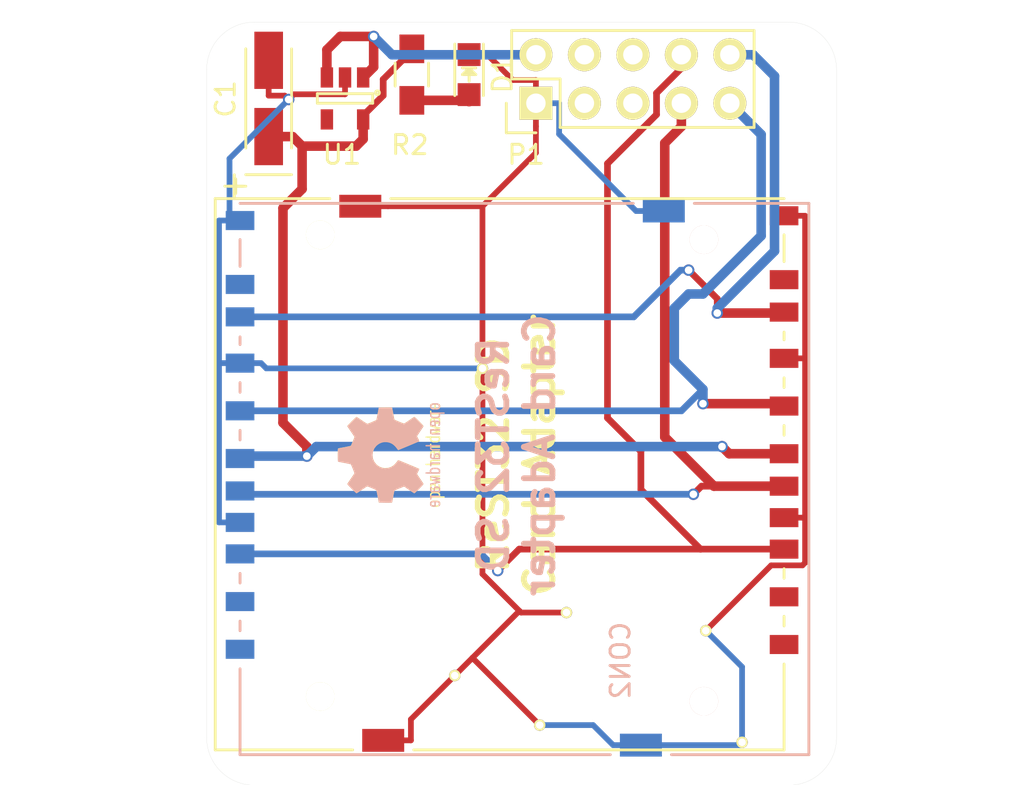
<source format=kicad_pcb>
(kicad_pcb (version 20171130) (host pcbnew "(5.1.12)-1")

  (general
    (thickness 1.6)
    (drawings 10)
    (tracks 151)
    (zones 0)
    (modules 15)
    (nets 9)
  )

  (page A4)
  (layers
    (0 F.Cu signal)
    (31 B.Cu signal)
    (32 B.Adhes user)
    (33 F.Adhes user hide)
    (34 B.Paste user)
    (35 F.Paste user)
    (36 B.SilkS user)
    (37 F.SilkS user)
    (38 B.Mask user)
    (39 F.Mask user)
    (40 Dwgs.User user)
    (41 Cmts.User user)
    (42 Eco1.User user)
    (43 Eco2.User user)
    (44 Edge.Cuts user)
    (45 Margin user)
    (46 B.CrtYd user)
    (47 F.CrtYd user)
    (48 B.Fab user)
    (49 F.Fab user)
  )

  (setup
    (last_trace_width 0.3)
    (user_trace_width 0.35)
    (user_trace_width 0.5)
    (trace_clearance 0.2)
    (zone_clearance 0.5)
    (zone_45_only yes)
    (trace_min 0.2)
    (via_size 0.6)
    (via_drill 0.4)
    (via_min_size 0.4)
    (via_min_drill 0.3)
    (uvia_size 0.3)
    (uvia_drill 0.1)
    (uvias_allowed no)
    (uvia_min_size 0.2)
    (uvia_min_drill 0.1)
    (edge_width 0.01)
    (segment_width 0.2)
    (pcb_text_width 0.3)
    (pcb_text_size 1.5 1.5)
    (mod_edge_width 0.15)
    (mod_text_size 1 1)
    (mod_text_width 0.15)
    (pad_size 0.6 0.6)
    (pad_drill 0.4)
    (pad_to_mask_clearance 0.2)
    (aux_axis_origin 0 0)
    (visible_elements 7FFFFFFF)
    (pcbplotparams
      (layerselection 0x010f0_80000001)
      (usegerberextensions true)
      (usegerberattributes true)
      (usegerberadvancedattributes true)
      (creategerberjobfile true)
      (excludeedgelayer true)
      (linewidth 0.100000)
      (plotframeref false)
      (viasonmask false)
      (mode 1)
      (useauxorigin false)
      (hpglpennumber 1)
      (hpglpenspeed 20)
      (hpglpendiameter 15.000000)
      (psnegative false)
      (psa4output false)
      (plotreference true)
      (plotvalue false)
      (plotinvisibletext false)
      (padsonsilk false)
      (subtractmaskfromsilk false)
      (outputformat 1)
      (mirror false)
      (drillshape 0)
      (scaleselection 1)
      (outputdirectory "../Gerber/SD Adapter/"))
  )

  (net 0 "")
  (net 1 +3V3)
  (net 2 GND)
  (net 3 /SPI-CS)
  (net 4 /SPI-MOSI)
  (net 5 /SPI-SCK)
  (net 6 /SPI-MISO)
  (net 7 "Net-(D1-Pad2)")
  (net 8 +5V)

  (net_class Default "This is the default net class."
    (clearance 0.2)
    (trace_width 0.3)
    (via_dia 0.6)
    (via_drill 0.4)
    (uvia_dia 0.3)
    (uvia_drill 0.1)
    (add_net +3V3)
    (add_net +5V)
    (add_net /SPI-CS)
    (add_net /SPI-MISO)
    (add_net /SPI-MOSI)
    (add_net /SPI-SCK)
    (add_net GND)
    (add_net "Net-(D1-Pad2)")
  )

  (module ReST-Library:Logo_silk_OSHW_6x6mm (layer B.Cu) (tedit 0) (tstamp 5797C94F)
    (at 86.868 123.444 270)
    (descr "Open Hardware Logo, 6x6mm")
    (fp_text reference G***_2 (at 0 0 270) (layer B.SilkS) hide
      (effects (font (size 0.22606 0.22606) (thickness 0.04318)) (justify mirror))
    )
    (fp_text value LOGO (at 0 -0.3 270) (layer B.SilkS) hide
      (effects (font (size 0.22606 0.22606) (thickness 0.04318)) (justify mirror))
    )
    (fp_poly (pts (xy -1.51384 -2.24536) (xy -1.48844 -2.23012) (xy -1.43002 -2.19456) (xy -1.3462 -2.13868)
      (xy -1.24714 -2.07264) (xy -1.14808 -2.0066) (xy -1.0668 -1.95326) (xy -1.01092 -1.91516)
      (xy -0.98552 -1.90246) (xy -0.97282 -1.90754) (xy -0.9271 -1.9304) (xy -0.85852 -1.96596)
      (xy -0.81788 -1.98628) (xy -0.75692 -2.01168) (xy -0.7239 -2.0193) (xy -0.71882 -2.00914)
      (xy -0.69596 -1.96088) (xy -0.6604 -1.8796) (xy -0.61468 -1.77038) (xy -0.5588 -1.64338)
      (xy -0.50292 -1.50876) (xy -0.4445 -1.36906) (xy -0.38862 -1.23444) (xy -0.34036 -1.11506)
      (xy -0.29972 -1.01854) (xy -0.27432 -0.94996) (xy -0.26416 -0.92202) (xy -0.2667 -0.9144)
      (xy -0.29972 -0.88392) (xy -0.35306 -0.84328) (xy -0.47244 -0.74676) (xy -0.58928 -0.60198)
      (xy -0.6604 -0.43688) (xy -0.68326 -0.25146) (xy -0.66294 -0.08128) (xy -0.5969 0.08128)
      (xy -0.4826 0.2286) (xy -0.3429 0.33782) (xy -0.18034 0.4064) (xy 0 0.42926)
      (xy 0.17272 0.40894) (xy 0.34036 0.3429) (xy 0.48768 0.23114) (xy 0.55118 0.16002)
      (xy 0.63754 0.01016) (xy 0.6858 -0.14732) (xy 0.69088 -0.18796) (xy 0.68326 -0.36322)
      (xy 0.63246 -0.5334) (xy 0.53848 -0.68326) (xy 0.40894 -0.80772) (xy 0.3937 -0.81788)
      (xy 0.33528 -0.8636) (xy 0.29464 -0.89408) (xy 0.26416 -0.91948) (xy 0.48768 -1.45796)
      (xy 0.52324 -1.54178) (xy 0.5842 -1.6891) (xy 0.63754 -1.8161) (xy 0.68072 -1.9177)
      (xy 0.7112 -1.98374) (xy 0.7239 -2.01168) (xy 0.7239 -2.01422) (xy 0.74422 -2.01676)
      (xy 0.78486 -2.00152) (xy 0.86106 -1.96596) (xy 0.90932 -1.94056) (xy 0.96774 -1.91262)
      (xy 0.99314 -1.90246) (xy 1.016 -1.91516) (xy 1.06934 -1.95072) (xy 1.15062 -2.00406)
      (xy 1.24714 -2.06756) (xy 1.33858 -2.13106) (xy 1.4224 -2.18694) (xy 1.48336 -2.22504)
      (xy 1.51384 -2.24282) (xy 1.51892 -2.24282) (xy 1.54432 -2.22758) (xy 1.59258 -2.18694)
      (xy 1.66624 -2.11836) (xy 1.77038 -2.01422) (xy 1.78562 -1.99898) (xy 1.87198 -1.91262)
      (xy 1.94056 -1.83896) (xy 1.98628 -1.78816) (xy 2.00406 -1.7653) (xy 1.98882 -1.73482)
      (xy 1.95072 -1.67386) (xy 1.89484 -1.5875) (xy 1.82626 -1.48844) (xy 1.64846 -1.22936)
      (xy 1.74498 -0.98552) (xy 1.77546 -0.90932) (xy 1.81356 -0.82042) (xy 1.8415 -0.75438)
      (xy 1.85674 -0.72644) (xy 1.88214 -0.71628) (xy 1.95072 -0.70104) (xy 2.04724 -0.68072)
      (xy 2.16154 -0.6604) (xy 2.2733 -0.64008) (xy 2.37236 -0.61976) (xy 2.44348 -0.60706)
      (xy 2.4765 -0.59944) (xy 2.48412 -0.59436) (xy 2.49174 -0.57912) (xy 2.49428 -0.5461)
      (xy 2.49682 -0.48514) (xy 2.49936 -0.39116) (xy 2.49936 -0.25146) (xy 2.49936 -0.23622)
      (xy 2.49682 -0.10668) (xy 2.49428 0) (xy 2.49174 0.06604) (xy 2.48666 0.09398)
      (xy 2.45618 0.1016) (xy 2.38506 0.11684) (xy 2.286 0.13462) (xy 2.16662 0.15748)
      (xy 2.159 0.16002) (xy 2.04216 0.18288) (xy 1.9431 0.2032) (xy 1.87198 0.21844)
      (xy 1.84404 0.2286) (xy 1.83642 0.23622) (xy 1.81356 0.28194) (xy 1.78054 0.3556)
      (xy 1.7399 0.4445) (xy 1.7018 0.53848) (xy 1.66878 0.6223) (xy 1.64592 0.68326)
      (xy 1.6383 0.7112) (xy 1.64084 0.71374) (xy 1.65862 0.74168) (xy 1.69926 0.80264)
      (xy 1.75514 0.88646) (xy 1.82372 0.98806) (xy 1.8288 0.99568) (xy 1.89738 1.09474)
      (xy 1.95326 1.1811) (xy 1.98882 1.23952) (xy 2.00406 1.26746) (xy 2.00406 1.27)
      (xy 1.9812 1.30048) (xy 1.9304 1.35636) (xy 1.85674 1.43256) (xy 1.77038 1.52146)
      (xy 1.74244 1.54686) (xy 1.64338 1.64338) (xy 1.57734 1.70434) (xy 1.53416 1.73736)
      (xy 1.51384 1.74498) (xy 1.48336 1.7272) (xy 1.41986 1.68656) (xy 1.33604 1.62814)
      (xy 1.23444 1.55956) (xy 1.22682 1.55448) (xy 1.12776 1.4859) (xy 1.04394 1.43002)
      (xy 0.98552 1.38938) (xy 0.95758 1.37414) (xy 0.95504 1.37414) (xy 0.9144 1.38684)
      (xy 0.84328 1.41224) (xy 0.75438 1.44526) (xy 0.66294 1.48336) (xy 0.57912 1.51892)
      (xy 0.51562 1.54686) (xy 0.48514 1.56464) (xy 0.47498 1.6002) (xy 0.4572 1.6764)
      (xy 0.43688 1.778) (xy 0.41148 1.89992) (xy 0.40894 1.92024) (xy 0.38608 2.03962)
      (xy 0.3683 2.13868) (xy 0.35306 2.20726) (xy 0.34544 2.2352) (xy 0.3302 2.23774)
      (xy 0.27178 2.24282) (xy 0.18288 2.24536) (xy 0.07366 2.24536) (xy -0.0381 2.24536)
      (xy -0.14732 2.24282) (xy -0.2413 2.24028) (xy -0.30988 2.2352) (xy -0.33782 2.23012)
      (xy -0.33782 2.22758) (xy -0.34798 2.18948) (xy -0.36576 2.11582) (xy -0.38608 2.01168)
      (xy -0.40894 1.88976) (xy -0.41402 1.8669) (xy -0.43688 1.75006) (xy -0.4572 1.651)
      (xy -0.4699 1.58496) (xy -0.47752 1.55702) (xy -0.49022 1.55194) (xy -0.53848 1.53162)
      (xy -0.61722 1.4986) (xy -0.71628 1.45796) (xy -0.94488 1.36652) (xy -1.22682 1.55702)
      (xy -1.25222 1.5748) (xy -1.35382 1.64338) (xy -1.4351 1.69926) (xy -1.49352 1.73736)
      (xy -1.51638 1.75006) (xy -1.51892 1.75006) (xy -1.54686 1.72466) (xy -1.60274 1.67132)
      (xy -1.67894 1.59766) (xy -1.76784 1.5113) (xy -1.83134 1.44526) (xy -1.91008 1.36652)
      (xy -1.95834 1.31318) (xy -1.98628 1.28016) (xy -1.9939 1.25984) (xy -1.99136 1.2446)
      (xy -1.97358 1.21666) (xy -1.93294 1.1557) (xy -1.87452 1.06934) (xy -1.80594 0.97028)
      (xy -1.75006 0.88646) (xy -1.6891 0.79248) (xy -1.651 0.72644) (xy -1.63576 0.69342)
      (xy -1.64084 0.68072) (xy -1.65862 0.62484) (xy -1.69418 0.54102) (xy -1.73482 0.44196)
      (xy -1.83388 0.22098) (xy -1.97866 0.19304) (xy -2.06756 0.17526) (xy -2.18948 0.1524)
      (xy -2.30886 0.12954) (xy -2.49174 0.09398) (xy -2.49936 -0.58166) (xy -2.47142 -0.59436)
      (xy -2.44348 -0.60198) (xy -2.3749 -0.61722) (xy -2.27838 -0.63754) (xy -2.16154 -0.65786)
      (xy -2.06502 -0.67564) (xy -1.96596 -0.69596) (xy -1.89484 -0.70866) (xy -1.86436 -0.71628)
      (xy -1.8542 -0.72644) (xy -1.83134 -0.7747) (xy -1.79578 -0.8509) (xy -1.75514 -0.94234)
      (xy -1.71704 -1.03632) (xy -1.68148 -1.12522) (xy -1.65862 -1.19126) (xy -1.64846 -1.22428)
      (xy -1.66116 -1.25222) (xy -1.69926 -1.31064) (xy -1.7526 -1.39192) (xy -1.82118 -1.49098)
      (xy -1.88722 -1.5875) (xy -1.94564 -1.67132) (xy -1.98374 -1.73228) (xy -2.00152 -1.76022)
      (xy -1.99136 -1.778) (xy -1.95326 -1.82626) (xy -1.8796 -1.90246) (xy -1.76784 -2.01168)
      (xy -1.75006 -2.02946) (xy -1.6637 -2.11328) (xy -1.59004 -2.18186) (xy -1.5367 -2.22758)
      (xy -1.51384 -2.24536)) (layer B.SilkS) (width 0.00254))
    (fp_line (start -2.64 -3.04) (end -2.59 -3.08) (layer B.SilkS) (width 0.075))
    (fp_line (start -2.66 -3.01) (end -2.64 -3.04) (layer B.SilkS) (width 0.075))
    (fp_line (start -2.68 -2.95) (end -2.66 -3.01) (layer B.SilkS) (width 0.075))
    (fp_line (start -2.68 -2.75) (end -2.68 -2.95) (layer B.SilkS) (width 0.075))
    (fp_line (start -2.46 -2.66) (end -2.51 -2.62) (layer B.SilkS) (width 0.075))
    (fp_line (start -2.44 -2.69) (end -2.46 -2.66) (layer B.SilkS) (width 0.075))
    (fp_line (start -2.42 -2.75) (end -2.44 -2.69) (layer B.SilkS) (width 0.075))
    (fp_line (start -2.42 -2.95) (end -2.42 -2.75) (layer B.SilkS) (width 0.075))
    (fp_line (start -2.44 -3.02) (end -2.42 -2.95) (layer B.SilkS) (width 0.075))
    (fp_line (start -2.46 -3.05) (end -2.44 -3.02) (layer B.SilkS) (width 0.075))
    (fp_line (start -2.51 -3.08) (end -2.46 -3.05) (layer B.SilkS) (width 0.075))
    (fp_line (start -2.59 -3.08) (end -2.51 -3.08) (layer B.SilkS) (width 0.075))
    (fp_line (start -2.65 -2.68) (end -2.68 -2.75) (layer B.SilkS) (width 0.075))
    (fp_line (start -2.63 -2.65) (end -2.65 -2.68) (layer B.SilkS) (width 0.075))
    (fp_line (start -2.59 -2.62) (end -2.63 -2.65) (layer B.SilkS) (width 0.075))
    (fp_line (start -2.51 -2.62) (end -2.59 -2.62) (layer B.SilkS) (width 0.075))
    (fp_line (start -2.2 -3.32) (end -2.2 -2.62) (layer B.SilkS) (width 0.075))
    (fp_line (start -2.15 -3.08) (end -2.2 -3.05) (layer B.SilkS) (width 0.075))
    (fp_line (start -2.05 -3.08) (end -2.15 -3.08) (layer B.SilkS) (width 0.075))
    (fp_line (start -2.01 -3.05) (end -2.05 -3.08) (layer B.SilkS) (width 0.075))
    (fp_line (start -1.99 -3.02) (end -2.01 -3.05) (layer B.SilkS) (width 0.075))
    (fp_line (start -1.97 -2.96) (end -1.99 -3.02) (layer B.SilkS) (width 0.075))
    (fp_line (start -1.97 -2.74) (end -1.97 -2.96) (layer B.SilkS) (width 0.075))
    (fp_line (start -1.99 -2.68) (end -1.97 -2.74) (layer B.SilkS) (width 0.075))
    (fp_line (start -2.02 -2.65) (end -1.99 -2.68) (layer B.SilkS) (width 0.075))
    (fp_line (start -2.06 -2.62) (end -2.02 -2.65) (layer B.SilkS) (width 0.075))
    (fp_line (start -2.16 -2.62) (end -2.06 -2.62) (layer B.SilkS) (width 0.075))
    (fp_line (start -2.2 -2.65) (end -2.16 -2.62) (layer B.SilkS) (width 0.075))
    (fp_line (start -1.61 -3.08) (end -1.56 -3.05) (layer B.SilkS) (width 0.075))
    (fp_line (start -1.71 -3.08) (end -1.61 -3.08) (layer B.SilkS) (width 0.075))
    (fp_line (start -1.75 -3.05) (end -1.71 -3.08) (layer B.SilkS) (width 0.075))
    (fp_line (start -1.77 -2.98) (end -1.75 -3.05) (layer B.SilkS) (width 0.075))
    (fp_line (start -1.77 -2.71) (end -1.77 -2.98) (layer B.SilkS) (width 0.075))
    (fp_line (start -1.74 -2.65) (end -1.77 -2.71) (layer B.SilkS) (width 0.075))
    (fp_line (start -1.7 -2.62) (end -1.74 -2.65) (layer B.SilkS) (width 0.075))
    (fp_line (start -1.6 -2.62) (end -1.7 -2.62) (layer B.SilkS) (width 0.075))
    (fp_line (start -1.56 -2.66) (end -1.6 -2.62) (layer B.SilkS) (width 0.075))
    (fp_line (start -1.54 -2.73) (end -1.56 -2.66) (layer B.SilkS) (width 0.075))
    (fp_line (start -1.54 -2.85) (end -1.54 -2.73) (layer B.SilkS) (width 0.075))
    (fp_line (start -1.32 -2.62) (end -1.32 -3.08) (layer B.SilkS) (width 0.075))
    (fp_line (start -1.11 -2.71) (end -1.11 -3.08) (layer B.SilkS) (width 0.075))
    (fp_line (start -1.13 -2.65) (end -1.11 -2.71) (layer B.SilkS) (width 0.075))
    (fp_line (start -1.17 -2.62) (end -1.13 -2.65) (layer B.SilkS) (width 0.075))
    (fp_line (start -1.26 -2.62) (end -1.17 -2.62) (layer B.SilkS) (width 0.075))
    (fp_line (start -1.3 -2.65) (end -1.26 -2.62) (layer B.SilkS) (width 0.075))
    (fp_line (start -1.32 -2.68) (end -1.3 -2.65) (layer B.SilkS) (width 0.075))
    (fp_line (start -1.54 -2.85) (end -1.77 -2.85) (layer B.SilkS) (width 0.075))
    (fp_line (start -0.49 -2.38) (end -0.49 -3.08) (layer B.SilkS) (width 0.075))
    (fp_line (start -0.28 -2.71) (end -0.28 -3.08) (layer B.SilkS) (width 0.075))
    (fp_line (start -0.3 -2.65) (end -0.28 -2.71) (layer B.SilkS) (width 0.075))
    (fp_line (start -0.34 -2.62) (end -0.3 -2.65) (layer B.SilkS) (width 0.075))
    (fp_line (start -0.42 -2.62) (end -0.34 -2.62) (layer B.SilkS) (width 0.075))
    (fp_line (start -0.47 -2.65) (end -0.42 -2.62) (layer B.SilkS) (width 0.075))
    (fp_line (start -0.49 -2.69) (end -0.47 -2.65) (layer B.SilkS) (width 0.075))
    (fp_line (start 0.18 -2.71) (end 0.18 -3.08) (layer B.SilkS) (width 0.075))
    (fp_line (start 0.15 -2.65) (end 0.18 -2.71) (layer B.SilkS) (width 0.075))
    (fp_line (start 0.11 -2.62) (end 0.15 -2.65) (layer B.SilkS) (width 0.075))
    (fp_line (start 0.01 -2.62) (end 0.11 -2.62) (layer B.SilkS) (width 0.075))
    (fp_line (start -0.04 -2.65) (end 0.01 -2.62) (layer B.SilkS) (width 0.075))
    (fp_line (start 0.02 -2.81) (end -0.03 -2.84) (layer B.SilkS) (width 0.075))
    (fp_line (start 0.14 -2.81) (end 0.02 -2.81) (layer B.SilkS) (width 0.075))
    (fp_line (start 0.18 -2.78) (end 0.14 -2.81) (layer B.SilkS) (width 0.075))
    (fp_line (start 0.13 -3.08) (end 0.18 -3.04) (layer B.SilkS) (width 0.075))
    (fp_line (start 0.01 -3.08) (end 0.13 -3.08) (layer B.SilkS) (width 0.075))
    (fp_line (start -0.04 -3.04) (end 0.01 -3.08) (layer B.SilkS) (width 0.075))
    (fp_line (start -0.06 -2.98) (end -0.04 -3.04) (layer B.SilkS) (width 0.075))
    (fp_line (start -0.06 -2.91) (end -0.06 -2.98) (layer B.SilkS) (width 0.075))
    (fp_line (start -0.03 -2.84) (end -0.06 -2.91) (layer B.SilkS) (width 0.075))
    (fp_line (start 0.42 -2.62) (end 0.42 -3.08) (layer B.SilkS) (width 0.075))
    (fp_line (start 0.51 -2.62) (end 0.56 -2.62) (layer B.SilkS) (width 0.075))
    (fp_line (start 0.46 -2.65) (end 0.51 -2.62) (layer B.SilkS) (width 0.075))
    (fp_line (start 0.44 -2.67) (end 0.46 -2.65) (layer B.SilkS) (width 0.075))
    (fp_line (start 0.42 -2.74) (end 0.44 -2.67) (layer B.SilkS) (width 0.075))
    (fp_line (start 0.94 -2.38) (end 0.94 -3.08) (layer B.SilkS) (width 0.075))
    (fp_line (start 0.88 -2.61) (end 0.94 -2.65) (layer B.SilkS) (width 0.075))
    (fp_line (start 0.81 -2.61) (end 0.88 -2.61) (layer B.SilkS) (width 0.075))
    (fp_line (start 0.75 -2.65) (end 0.81 -2.61) (layer B.SilkS) (width 0.075))
    (fp_line (start 0.73 -2.68) (end 0.75 -2.65) (layer B.SilkS) (width 0.075))
    (fp_line (start 0.7 -2.75) (end 0.73 -2.68) (layer B.SilkS) (width 0.075))
    (fp_line (start 0.7 -2.95) (end 0.7 -2.75) (layer B.SilkS) (width 0.075))
    (fp_line (start 0.73 -3.02) (end 0.7 -2.95) (layer B.SilkS) (width 0.075))
    (fp_line (start 0.75 -3.05) (end 0.73 -3.02) (layer B.SilkS) (width 0.075))
    (fp_line (start 0.79 -3.08) (end 0.75 -3.05) (layer B.SilkS) (width 0.075))
    (fp_line (start 0.9 -3.08) (end 0.79 -3.08) (layer B.SilkS) (width 0.075))
    (fp_line (start 0.94 -3.05) (end 0.9 -3.08) (layer B.SilkS) (width 0.075))
    (fp_line (start 1.42 -3.08) (end 1.52 -2.62) (layer B.SilkS) (width 0.075))
    (fp_line (start 1.32 -2.74) (end 1.42 -3.08) (layer B.SilkS) (width 0.075))
    (fp_line (start 1.23 -3.08) (end 1.32 -2.74) (layer B.SilkS) (width 0.075))
    (fp_line (start 1.13 -2.62) (end 1.23 -3.08) (layer B.SilkS) (width 0.075))
    (fp_line (start 1.71 -2.84) (end 1.68 -2.91) (layer B.SilkS) (width 0.075))
    (fp_line (start 1.68 -2.91) (end 1.68 -2.98) (layer B.SilkS) (width 0.075))
    (fp_line (start 1.68 -2.98) (end 1.7 -3.04) (layer B.SilkS) (width 0.075))
    (fp_line (start 1.7 -3.04) (end 1.75 -3.08) (layer B.SilkS) (width 0.075))
    (fp_line (start 1.75 -3.08) (end 1.87 -3.08) (layer B.SilkS) (width 0.075))
    (fp_line (start 1.87 -3.08) (end 1.92 -3.04) (layer B.SilkS) (width 0.075))
    (fp_line (start 1.92 -2.78) (end 1.88 -2.81) (layer B.SilkS) (width 0.075))
    (fp_line (start 1.88 -2.81) (end 1.76 -2.81) (layer B.SilkS) (width 0.075))
    (fp_line (start 1.76 -2.81) (end 1.71 -2.84) (layer B.SilkS) (width 0.075))
    (fp_line (start 1.7 -2.65) (end 1.75 -2.62) (layer B.SilkS) (width 0.075))
    (fp_line (start 1.75 -2.62) (end 1.85 -2.62) (layer B.SilkS) (width 0.075))
    (fp_line (start 1.85 -2.62) (end 1.89 -2.65) (layer B.SilkS) (width 0.075))
    (fp_line (start 1.89 -2.65) (end 1.92 -2.71) (layer B.SilkS) (width 0.075))
    (fp_line (start 1.92 -2.71) (end 1.92 -3.08) (layer B.SilkS) (width 0.075))
    (fp_line (start 2.67 -2.85) (end 2.44 -2.85) (layer B.SilkS) (width 0.075))
    (fp_line (start 2.67 -2.85) (end 2.67 -2.73) (layer B.SilkS) (width 0.075))
    (fp_line (start 2.67 -2.73) (end 2.65 -2.66) (layer B.SilkS) (width 0.075))
    (fp_line (start 2.65 -2.66) (end 2.61 -2.62) (layer B.SilkS) (width 0.075))
    (fp_line (start 2.61 -2.62) (end 2.51 -2.62) (layer B.SilkS) (width 0.075))
    (fp_line (start 2.51 -2.62) (end 2.47 -2.65) (layer B.SilkS) (width 0.075))
    (fp_line (start 2.47 -2.65) (end 2.44 -2.71) (layer B.SilkS) (width 0.075))
    (fp_line (start 2.44 -2.71) (end 2.44 -2.98) (layer B.SilkS) (width 0.075))
    (fp_line (start 2.44 -2.98) (end 2.46 -3.05) (layer B.SilkS) (width 0.075))
    (fp_line (start 2.46 -3.05) (end 2.5 -3.08) (layer B.SilkS) (width 0.075))
    (fp_line (start 2.5 -3.08) (end 2.6 -3.08) (layer B.SilkS) (width 0.075))
    (fp_line (start 2.6 -3.08) (end 2.65 -3.05) (layer B.SilkS) (width 0.075))
    (fp_line (start 2.16 -2.74) (end 2.18 -2.67) (layer B.SilkS) (width 0.075))
    (fp_line (start 2.18 -2.67) (end 2.2 -2.65) (layer B.SilkS) (width 0.075))
    (fp_line (start 2.2 -2.65) (end 2.25 -2.62) (layer B.SilkS) (width 0.075))
    (fp_line (start 2.25 -2.62) (end 2.3 -2.62) (layer B.SilkS) (width 0.075))
    (fp_line (start 2.16 -2.62) (end 2.16 -3.08) (layer B.SilkS) (width 0.075))
  )

  (module ReST-Library:1pin (layer F.Cu) (tedit 5797C88D) (tstamp 5797C810)
    (at 96.6 131.7)
    (descr "module 1 pin (ou trou mecanique de percage)")
    (tags DEV)
    (zone_connect 2)
    (fp_text reference REF**_6 (at 0 -0.9) (layer F.SilkS) hide
      (effects (font (size 1 1) (thickness 0.15)))
    )
    (fp_text value 1pin (at 0 1.2) (layer F.Fab)
      (effects (font (size 1 1) (thickness 0.15)))
    )
    (pad GND thru_hole circle (at 0 0) (size 0.6 0.6) (drill 0.4) (layers *.Cu *.Mask F.SilkS)
      (net 2 GND) (zone_connect 2))
  )

  (module ReST-Library:1pin (layer F.Cu) (tedit 5797C891) (tstamp 5797C80C)
    (at 90.75 135)
    (descr "module 1 pin (ou trou mecanique de percage)")
    (tags DEV)
    (zone_connect 2)
    (fp_text reference REF**_5 (at 0 -0.9) (layer F.SilkS) hide
      (effects (font (size 1 1) (thickness 0.15)))
    )
    (fp_text value 1pin (at 0 1.2) (layer F.Fab)
      (effects (font (size 1 1) (thickness 0.15)))
    )
    (pad GND thru_hole circle (at 0 0) (size 0.6 0.6) (drill 0.4) (layers *.Cu *.Mask F.SilkS)
      (net 2 GND) (zone_connect 2))
  )

  (module ReST-Library:1pin (layer F.Cu) (tedit 5797C896) (tstamp 5797C808)
    (at 103.9 132.65)
    (descr "module 1 pin (ou trou mecanique de percage)")
    (tags DEV)
    (zone_connect 2)
    (fp_text reference REF**_4 (at 0 -0.9) (layer F.SilkS) hide
      (effects (font (size 1 1) (thickness 0.15)))
    )
    (fp_text value 1pin (at 0 1.2) (layer F.Fab)
      (effects (font (size 1 1) (thickness 0.15)))
    )
    (pad GND thru_hole circle (at 0 0) (size 0.6 0.6) (drill 0.4) (layers *.Cu *.Mask F.SilkS)
      (net 2 GND) (zone_connect 2))
  )

  (module ReST-Library:1pin (layer F.Cu) (tedit 5797C898) (tstamp 5797C804)
    (at 105.8 138.5)
    (descr "module 1 pin (ou trou mecanique de percage)")
    (tags DEV)
    (zone_connect 2)
    (fp_text reference REF**_3 (at 0 -0.9) (layer F.SilkS) hide
      (effects (font (size 1 1) (thickness 0.15)))
    )
    (fp_text value 1pin (at 0 1.2) (layer F.Fab)
      (effects (font (size 1 1) (thickness 0.15)))
    )
    (pad GND thru_hole circle (at 0 0) (size 0.6 0.6) (drill 0.4) (layers *.Cu *.Mask F.SilkS)
      (net 2 GND) (zone_connect 2))
  )

  (module ReST-Library:1pin (layer F.Cu) (tedit 5797C88A) (tstamp 5797C7E8)
    (at 92.2 118.9)
    (descr "module 1 pin (ou trou mecanique de percage)")
    (tags DEV)
    (zone_connect 2)
    (fp_text reference REF**_2 (at 0 -0.9) (layer F.SilkS) hide
      (effects (font (size 1 1) (thickness 0.15)))
    )
    (fp_text value 1pin (at 0 1.2) (layer F.Fab)
      (effects (font (size 1 1) (thickness 0.15)))
    )
    (pad GND thru_hole circle (at 0 0) (size 0.6 0.6) (drill 0.4) (layers *.Cu *.Mask F.SilkS)
      (net 2 GND) (zone_connect 2))
  )

  (module Capacitors_Tantalum_SMD:TantalC_SizeA_EIA-3216_HandSoldering (layer F.Cu) (tedit 0) (tstamp 579771EB)
    (at 81 104.75 90)
    (descr "Tantal Cap. , Size A, EIA-3216, Hand Soldering,")
    (tags "Tantal Cap. , Size A, EIA-3216, Hand Soldering,")
    (path /57977B68)
    (attr smd)
    (fp_text reference C1 (at -0.025 -2.26 90) (layer F.SilkS)
      (effects (font (size 1 1) (thickness 0.15)))
    )
    (fp_text value 2.2uF (at -0.09906 3.0988 90) (layer F.Fab)
      (effects (font (size 1 1) (thickness 0.15)))
    )
    (fp_line (start -3.99542 -1.19888) (end -3.99542 1.19888) (layer F.SilkS) (width 0.15))
    (fp_line (start -5.19938 -1.79832) (end -4.0005 -1.79832) (layer F.SilkS) (width 0.15))
    (fp_line (start -4.59994 -2.2987) (end -4.59994 -1.19888) (layer F.SilkS) (width 0.15))
    (fp_line (start 2.60096 -1.19888) (end -2.60096 -1.19888) (layer F.SilkS) (width 0.15))
    (fp_line (start -2.60096 1.19888) (end 2.60096 1.19888) (layer F.SilkS) (width 0.15))
    (fp_text user + (at -4.59994 -1.80086 90) (layer F.SilkS)
      (effects (font (size 1 1) (thickness 0.15)))
    )
    (pad 2 smd rect (at 1.99898 0 90) (size 2.99974 1.50114) (layers F.Cu F.Paste F.Mask)
      (net 2 GND))
    (pad 1 smd rect (at -1.99898 0 90) (size 2.99974 1.50114) (layers F.Cu F.Paste F.Mask)
      (net 1 +3V3))
    (model Capacitors_Tantalum_SMD.3dshapes/TantalC_SizeA_EIA-3216_HandSoldering.wrl
      (at (xyz 0 0 0))
      (scale (xyz 1 1 1))
      (rotate (xyz 0 0 180))
    )
  )

  (module Connect:SD_Card_Receptacle (layer F.Cu) (tedit 5797C88F) (tstamp 5797720E)
    (at 108 124 270)
    (path /56D60C27)
    (zone_connect 2)
    (fp_text reference CON1 (at 9.96386 19.9312 270) (layer F.SilkS) hide
      (effects (font (size 1 1) (thickness 0.15)))
    )
    (fp_text value uSD_Card (at -1.2 9 270) (layer F.Fab)
      (effects (font (size 1 1) (thickness 0.15)))
    )
    (fp_line (start 14.9 29.8) (end 14.9 22.6) (layer F.SilkS) (width 0.15))
    (fp_line (start -14 29.8) (end -14 23.8) (layer F.SilkS) (width 0.15))
    (fp_line (start 14.9 29.8) (end -14 29.8) (layer F.SilkS) (width 0.15))
    (fp_line (start 14.9 0) (end 10.4 0) (layer F.SilkS) (width 0.15))
    (fp_line (start 14.9 19.4) (end 14.9 0) (layer F.SilkS) (width 0.15))
    (fp_line (start -14 20.6) (end -14 0) (layer F.SilkS) (width 0.15))
    (fp_line (start -12.1 0) (end -10.7 0) (layer F.SilkS) (width 0.15))
    (fp_line (start -7 0) (end -6.6 0) (layer F.SilkS) (width 0.15))
    (fp_line (start -4.6 0) (end -4.1 0) (layer F.SilkS) (width 0.15))
    (fp_line (start -2.1 0) (end -1.6 0) (layer F.SilkS) (width 0.15))
    (fp_line (start 5.4 0) (end 5.9 0) (layer F.SilkS) (width 0.15))
    (fp_line (start 7.9 0) (end 8.4 0) (layer F.SilkS) (width 0.15))
    (fp_line (start -14.7 -1.25) (end -14.7 41.05) (layer F.CrtYd) (width 0.05))
    (fp_line (start 15.5 -1.25) (end -14.7 -1.25) (layer F.CrtYd) (width 0.05))
    (fp_line (start 15.5 41.05) (end 15.5 -1.25) (layer F.CrtYd) (width 0.05))
    (fp_line (start -14.7 41.05) (end 15.5 41.05) (layer F.CrtYd) (width 0.05))
    (pad 1 smd rect (at 6.875 0 270) (size 1 1.5) (layers F.Cu F.Paste F.Mask)
      (zone_connect 2))
    (pad 2 smd rect (at 4.375 0 270) (size 1 1.5) (layers F.Cu F.Paste F.Mask)
      (net 3 /SPI-CS) (zone_connect 2))
    (pad 3 smd rect (at 1.075 0 270) (size 1 1.5) (layers F.Cu F.Paste F.Mask)
      (net 4 /SPI-MOSI) (zone_connect 2))
    (pad 4 smd rect (at -0.625 0 270) (size 1 1.5) (layers F.Cu F.Paste F.Mask)
      (net 1 +3V3) (zone_connect 2))
    (pad 5 smd rect (at -3.125 0 270) (size 1 1.5) (layers F.Cu F.Paste F.Mask)
      (net 5 /SPI-SCK) (zone_connect 2))
    (pad 6 smd rect (at -5.625 0 270) (size 1 1.5) (layers F.Cu F.Paste F.Mask)
      (net 2 GND) (zone_connect 2))
    (pad 7 smd rect (at -8.05 0 270) (size 1 1.5) (layers F.Cu F.Paste F.Mask)
      (net 6 /SPI-MISO) (zone_connect 2))
    (pad 8 smd rect (at -9.75 0 270) (size 1 1.5) (layers F.Cu F.Paste F.Mask)
      (zone_connect 2))
    (pad 9 smd rect (at 9.375 0 270) (size 1 1.5) (layers F.Cu F.Paste F.Mask)
      (zone_connect 2))
    (pad 10 smd rect (at 2.725 0 270) (size 1 1.5) (layers F.Cu F.Paste F.Mask)
      (net 2 GND) (zone_connect 2))
    (pad 11 smd rect (at -13.1 0 270) (size 1 1.5) (layers F.Cu F.Paste F.Mask)
      (net 2 GND) (zone_connect 2))
    (pad 12 smd rect (at 14.4 21 270) (size 1.2 2.2) (layers F.Cu F.Paste F.Mask)
      (net 2 GND) (zone_connect 2))
    (pad 13 smd rect (at -13.6 22.2 270) (size 1.2 2.2) (layers F.Cu F.Paste F.Mask)
      (net 2 GND) (zone_connect 2))
    (pad "" np_thru_hole circle (at 12.1 24.3 270) (size 1.5 1.5) (drill 1.5) (layers *.Cu *.Mask F.SilkS)
      (zone_connect 2))
    (pad "" np_thru_hole circle (at -12.1 24.3 270) (size 1.5 1.5) (drill 1.5) (layers *.Cu *.Mask F.SilkS)
      (zone_connect 2))
  )

  (module Pin_Headers:Pin_Header_Straight_2x05 (layer F.Cu) (tedit 0) (tstamp 5797723E)
    (at 95 105 90)
    (descr "Through hole pin header")
    (tags "pin header")
    (path /56D35E94)
    (fp_text reference P1 (at -2.696 -0.512 180) (layer F.SilkS)
      (effects (font (size 1 1) (thickness 0.15)))
    )
    (fp_text value CONN_02X05 (at 0 -3.1 90) (layer F.Fab)
      (effects (font (size 1 1) (thickness 0.15)))
    )
    (fp_line (start -1.55 -1.55) (end -1.55 0) (layer F.SilkS) (width 0.15))
    (fp_line (start 1.27 1.27) (end -1.27 1.27) (layer F.SilkS) (width 0.15))
    (fp_line (start 1.27 -1.27) (end 1.27 1.27) (layer F.SilkS) (width 0.15))
    (fp_line (start 0 -1.55) (end -1.55 -1.55) (layer F.SilkS) (width 0.15))
    (fp_line (start 3.81 -1.27) (end 1.27 -1.27) (layer F.SilkS) (width 0.15))
    (fp_line (start -1.27 11.43) (end -1.27 1.27) (layer F.SilkS) (width 0.15))
    (fp_line (start 3.81 11.43) (end -1.27 11.43) (layer F.SilkS) (width 0.15))
    (fp_line (start 3.81 -1.27) (end 3.81 11.43) (layer F.SilkS) (width 0.15))
    (fp_line (start -1.75 11.95) (end 4.3 11.95) (layer F.CrtYd) (width 0.05))
    (fp_line (start -1.75 -1.75) (end 4.3 -1.75) (layer F.CrtYd) (width 0.05))
    (fp_line (start 4.3 -1.75) (end 4.3 11.95) (layer F.CrtYd) (width 0.05))
    (fp_line (start -1.75 -1.75) (end -1.75 11.95) (layer F.CrtYd) (width 0.05))
    (pad 1 thru_hole rect (at 0 0 90) (size 1.7272 1.7272) (drill 1.016) (layers *.Cu *.Mask F.SilkS)
      (net 2 GND))
    (pad 2 thru_hole oval (at 2.54 0 90) (size 1.7272 1.7272) (drill 1.016) (layers *.Cu *.Mask F.SilkS)
      (net 8 +5V))
    (pad 3 thru_hole oval (at 0 2.54 90) (size 1.7272 1.7272) (drill 1.016) (layers *.Cu *.Mask F.SilkS))
    (pad 4 thru_hole oval (at 2.54 2.54 90) (size 1.7272 1.7272) (drill 1.016) (layers *.Cu *.Mask F.SilkS))
    (pad 5 thru_hole oval (at 0 5.08 90) (size 1.7272 1.7272) (drill 1.016) (layers *.Cu *.Mask F.SilkS))
    (pad 6 thru_hole oval (at 2.54 5.08 90) (size 1.7272 1.7272) (drill 1.016) (layers *.Cu *.Mask F.SilkS))
    (pad 7 thru_hole oval (at 0 7.62 90) (size 1.7272 1.7272) (drill 1.016) (layers *.Cu *.Mask F.SilkS)
      (net 4 /SPI-MOSI))
    (pad 8 thru_hole oval (at 2.54 7.62 90) (size 1.7272 1.7272) (drill 1.016) (layers *.Cu *.Mask F.SilkS)
      (net 3 /SPI-CS))
    (pad 9 thru_hole oval (at 0 10.16 90) (size 1.7272 1.7272) (drill 1.016) (layers *.Cu *.Mask F.SilkS)
      (net 5 /SPI-SCK))
    (pad 10 thru_hole oval (at 2.54 10.16 90) (size 1.7272 1.7272) (drill 1.016) (layers *.Cu *.Mask F.SilkS)
      (net 6 /SPI-MISO))
    (model Pin_Headers.3dshapes/Pin_Header_Straight_2x05.wrl
      (offset (xyz 1.269999980926514 -5.079999923706055 0))
      (scale (xyz 1 1 1))
      (rotate (xyz 0 0 90))
    )
  )

  (module Resistors_SMD:R_0805_HandSoldering (layer F.Cu) (tedit 54189DEE) (tstamp 5797724A)
    (at 88.5 103.5 270)
    (descr "Resistor SMD 0805, hand soldering")
    (tags "resistor 0805")
    (path /56D5E568)
    (attr smd)
    (fp_text reference R2 (at 3.688 0.108) (layer F.SilkS)
      (effects (font (size 1 1) (thickness 0.15)))
    )
    (fp_text value 1K (at 0 2.1 270) (layer F.Fab)
      (effects (font (size 1 1) (thickness 0.15)))
    )
    (fp_line (start -0.6 -0.875) (end 0.6 -0.875) (layer F.SilkS) (width 0.15))
    (fp_line (start 0.6 0.875) (end -0.6 0.875) (layer F.SilkS) (width 0.15))
    (fp_line (start 2.4 -1) (end 2.4 1) (layer F.CrtYd) (width 0.05))
    (fp_line (start -2.4 -1) (end -2.4 1) (layer F.CrtYd) (width 0.05))
    (fp_line (start -2.4 1) (end 2.4 1) (layer F.CrtYd) (width 0.05))
    (fp_line (start -2.4 -1) (end 2.4 -1) (layer F.CrtYd) (width 0.05))
    (pad 1 smd rect (at -1.35 0 270) (size 1.5 1.3) (layers F.Cu F.Paste F.Mask)
      (net 1 +3V3))
    (pad 2 smd rect (at 1.35 0 270) (size 1.5 1.3) (layers F.Cu F.Paste F.Mask)
      (net 7 "Net-(D1-Pad2)"))
    (model Resistors_SMD.3dshapes/R_0805_HandSoldering.wrl
      (at (xyz 0 0 0))
      (scale (xyz 1 1 1))
      (rotate (xyz 0 0 0))
    )
  )

  (module TO_SOT_Packages_SMD:SOT-23-5 (layer F.Cu) (tedit 55360473) (tstamp 5797725C)
    (at 85 104.75 270)
    (descr "5-pin SOT23 package")
    (tags SOT-23-5)
    (path /579771C5)
    (attr smd)
    (fp_text reference U1 (at 2.946 0.164) (layer F.SilkS)
      (effects (font (size 1 1) (thickness 0.15)))
    )
    (fp_text value MIC5205 (at -0.05 2.35 270) (layer F.Fab)
      (effects (font (size 1 1) (thickness 0.15)))
    )
    (fp_circle (center -0.3 -1.7) (end -0.2 -1.7) (layer F.SilkS) (width 0.15))
    (fp_line (start -0.25 -1.45) (end -0.25 1.45) (layer F.SilkS) (width 0.15))
    (fp_line (start -0.25 1.45) (end 0.25 1.45) (layer F.SilkS) (width 0.15))
    (fp_line (start 0.25 1.45) (end 0.25 -1.45) (layer F.SilkS) (width 0.15))
    (fp_line (start 0.25 -1.45) (end -0.25 -1.45) (layer F.SilkS) (width 0.15))
    (fp_line (start -1.8 1.6) (end -1.8 -1.6) (layer F.CrtYd) (width 0.05))
    (fp_line (start 1.8 1.6) (end -1.8 1.6) (layer F.CrtYd) (width 0.05))
    (fp_line (start 1.8 -1.6) (end 1.8 1.6) (layer F.CrtYd) (width 0.05))
    (fp_line (start -1.8 -1.6) (end 1.8 -1.6) (layer F.CrtYd) (width 0.05))
    (pad 1 smd rect (at -1.1 -0.95 270) (size 1.06 0.65) (layers F.Cu F.Paste F.Mask)
      (net 8 +5V))
    (pad 2 smd rect (at -1.1 0 270) (size 1.06 0.65) (layers F.Cu F.Paste F.Mask)
      (net 2 GND))
    (pad 3 smd rect (at -1.1 0.95 270) (size 1.06 0.65) (layers F.Cu F.Paste F.Mask)
      (net 8 +5V))
    (pad 4 smd rect (at 1.1 0.95 270) (size 1.06 0.65) (layers F.Cu F.Paste F.Mask))
    (pad 5 smd rect (at 1.1 -0.95 270) (size 1.06 0.65) (layers F.Cu F.Paste F.Mask)
      (net 1 +3V3))
    (model TO_SOT_Packages_SMD.3dshapes/SOT-23-5.wrl
      (at (xyz 0 0 0))
      (scale (xyz 1 1 1))
      (rotate (xyz 0 0 0))
    )
  )

  (module Connect:SD_Card_Receptacle (layer B.Cu) (tedit 54A89A84) (tstamp 579773BD)
    (at 79.5 124.25 270)
    (path /5797896C)
    (zone_connect 2)
    (fp_text reference CON2 (at 9.96386 -19.9312 270) (layer B.SilkS)
      (effects (font (size 1 1) (thickness 0.15)) (justify mirror))
    )
    (fp_text value uSD_Card (at -1.2 -9 270) (layer B.Fab)
      (effects (font (size 1 1) (thickness 0.15)) (justify mirror))
    )
    (fp_line (start 14.9 -29.8) (end 14.9 -22.6) (layer B.SilkS) (width 0.15))
    (fp_line (start -14 -29.8) (end -14 -23.8) (layer B.SilkS) (width 0.15))
    (fp_line (start 14.9 -29.8) (end -14 -29.8) (layer B.SilkS) (width 0.15))
    (fp_line (start 14.9 0) (end 10.4 0) (layer B.SilkS) (width 0.15))
    (fp_line (start 14.9 -19.4) (end 14.9 0) (layer B.SilkS) (width 0.15))
    (fp_line (start -14 -20.6) (end -14 0) (layer B.SilkS) (width 0.15))
    (fp_line (start -12.1 0) (end -10.7 0) (layer B.SilkS) (width 0.15))
    (fp_line (start -7 0) (end -6.6 0) (layer B.SilkS) (width 0.15))
    (fp_line (start -4.6 0) (end -4.1 0) (layer B.SilkS) (width 0.15))
    (fp_line (start -2.1 0) (end -1.6 0) (layer B.SilkS) (width 0.15))
    (fp_line (start 5.4 0) (end 5.9 0) (layer B.SilkS) (width 0.15))
    (fp_line (start 7.9 0) (end 8.4 0) (layer B.SilkS) (width 0.15))
    (fp_line (start -14.7 1.25) (end -14.7 -41.05) (layer B.CrtYd) (width 0.05))
    (fp_line (start 15.5 1.25) (end -14.7 1.25) (layer B.CrtYd) (width 0.05))
    (fp_line (start 15.5 -41.05) (end 15.5 1.25) (layer B.CrtYd) (width 0.05))
    (fp_line (start -14.7 -41.05) (end 15.5 -41.05) (layer B.CrtYd) (width 0.05))
    (pad 1 smd rect (at 6.875 0 270) (size 1 1.5) (layers B.Cu B.Paste B.Mask)
      (zone_connect 2))
    (pad 2 smd rect (at 4.375 0 270) (size 1 1.5) (layers B.Cu B.Paste B.Mask)
      (net 3 /SPI-CS) (zone_connect 2))
    (pad 3 smd rect (at 1.075 0 270) (size 1 1.5) (layers B.Cu B.Paste B.Mask)
      (net 4 /SPI-MOSI) (zone_connect 2))
    (pad 4 smd rect (at -0.625 0 270) (size 1 1.5) (layers B.Cu B.Paste B.Mask)
      (net 1 +3V3) (zone_connect 2))
    (pad 5 smd rect (at -3.125 0 270) (size 1 1.5) (layers B.Cu B.Paste B.Mask)
      (net 5 /SPI-SCK) (zone_connect 2))
    (pad 6 smd rect (at -5.625 0 270) (size 1 1.5) (layers B.Cu B.Paste B.Mask)
      (net 2 GND) (zone_connect 2))
    (pad 7 smd rect (at -8.05 0 270) (size 1 1.5) (layers B.Cu B.Paste B.Mask)
      (net 6 /SPI-MISO) (zone_connect 2))
    (pad 8 smd rect (at -9.75 0 270) (size 1 1.5) (layers B.Cu B.Paste B.Mask)
      (zone_connect 2))
    (pad 9 smd rect (at 9.375 0 270) (size 1 1.5) (layers B.Cu B.Paste B.Mask)
      (zone_connect 2))
    (pad 10 smd rect (at 2.725 0 270) (size 1 1.5) (layers B.Cu B.Paste B.Mask)
      (net 2 GND) (zone_connect 2))
    (pad 11 smd rect (at -13.1 0 270) (size 1 1.5) (layers B.Cu B.Paste B.Mask)
      (net 2 GND) (zone_connect 2))
    (pad 12 smd rect (at 14.4 -21 270) (size 1.2 2.2) (layers B.Cu B.Paste B.Mask)
      (net 2 GND) (zone_connect 2))
    (pad 13 smd rect (at -13.6 -22.2 270) (size 1.2 2.2) (layers B.Cu B.Paste B.Mask)
      (net 2 GND) (zone_connect 2))
    (pad "" np_thru_hole circle (at 12.1 -24.3 270) (size 1.5 1.5) (drill 1.5) (layers *.Cu *.Mask B.SilkS)
      (zone_connect 2))
    (pad "" np_thru_hole circle (at -12.1 -24.3 270) (size 1.5 1.5) (drill 1.5) (layers *.Cu *.Mask B.SilkS)
      (zone_connect 2))
  )

  (module ReST-Library:1pin (layer F.Cu) (tedit 5797C894) (tstamp 5797BB69)
    (at 95.2 137.6)
    (descr "module 1 pin (ou trou mecanique de percage)")
    (tags DEV)
    (zone_connect 2)
    (fp_text reference REF** (at 0 -0.9) (layer F.SilkS) hide
      (effects (font (size 1 1) (thickness 0.15)))
    )
    (fp_text value 1pin (at 0 1.2) (layer F.Fab)
      (effects (font (size 1 1) (thickness 0.15)))
    )
    (pad GND thru_hole circle (at 0 0) (size 0.6 0.6) (drill 0.4) (layers *.Cu *.Mask F.SilkS)
      (net 2 GND) (zone_connect 2))
  )

  (module ReST-Library:Logo_silk_OSHW_6x6mm (layer F.Cu) (tedit 0) (tstamp 5797C947)
    (at 86.868 123.444 90)
    (descr "Open Hardware Logo, 6x6mm")
    (fp_text reference G*** (at 0 0 90) (layer F.SilkS) hide
      (effects (font (size 0.22606 0.22606) (thickness 0.04318)))
    )
    (fp_text value LOGO (at 0 0.3 90) (layer F.SilkS) hide
      (effects (font (size 0.22606 0.22606) (thickness 0.04318)))
    )
    (fp_poly (pts (xy -1.51384 2.24536) (xy -1.48844 2.23012) (xy -1.43002 2.19456) (xy -1.3462 2.13868)
      (xy -1.24714 2.07264) (xy -1.14808 2.0066) (xy -1.0668 1.95326) (xy -1.01092 1.91516)
      (xy -0.98552 1.90246) (xy -0.97282 1.90754) (xy -0.9271 1.9304) (xy -0.85852 1.96596)
      (xy -0.81788 1.98628) (xy -0.75692 2.01168) (xy -0.7239 2.0193) (xy -0.71882 2.00914)
      (xy -0.69596 1.96088) (xy -0.6604 1.8796) (xy -0.61468 1.77038) (xy -0.5588 1.64338)
      (xy -0.50292 1.50876) (xy -0.4445 1.36906) (xy -0.38862 1.23444) (xy -0.34036 1.11506)
      (xy -0.29972 1.01854) (xy -0.27432 0.94996) (xy -0.26416 0.92202) (xy -0.2667 0.9144)
      (xy -0.29972 0.88392) (xy -0.35306 0.84328) (xy -0.47244 0.74676) (xy -0.58928 0.60198)
      (xy -0.6604 0.43688) (xy -0.68326 0.25146) (xy -0.66294 0.08128) (xy -0.5969 -0.08128)
      (xy -0.4826 -0.2286) (xy -0.3429 -0.33782) (xy -0.18034 -0.4064) (xy 0 -0.42926)
      (xy 0.17272 -0.40894) (xy 0.34036 -0.3429) (xy 0.48768 -0.23114) (xy 0.55118 -0.16002)
      (xy 0.63754 -0.01016) (xy 0.6858 0.14732) (xy 0.69088 0.18796) (xy 0.68326 0.36322)
      (xy 0.63246 0.5334) (xy 0.53848 0.68326) (xy 0.40894 0.80772) (xy 0.3937 0.81788)
      (xy 0.33528 0.8636) (xy 0.29464 0.89408) (xy 0.26416 0.91948) (xy 0.48768 1.45796)
      (xy 0.52324 1.54178) (xy 0.5842 1.6891) (xy 0.63754 1.8161) (xy 0.68072 1.9177)
      (xy 0.7112 1.98374) (xy 0.7239 2.01168) (xy 0.7239 2.01422) (xy 0.74422 2.01676)
      (xy 0.78486 2.00152) (xy 0.86106 1.96596) (xy 0.90932 1.94056) (xy 0.96774 1.91262)
      (xy 0.99314 1.90246) (xy 1.016 1.91516) (xy 1.06934 1.95072) (xy 1.15062 2.00406)
      (xy 1.24714 2.06756) (xy 1.33858 2.13106) (xy 1.4224 2.18694) (xy 1.48336 2.22504)
      (xy 1.51384 2.24282) (xy 1.51892 2.24282) (xy 1.54432 2.22758) (xy 1.59258 2.18694)
      (xy 1.66624 2.11836) (xy 1.77038 2.01422) (xy 1.78562 1.99898) (xy 1.87198 1.91262)
      (xy 1.94056 1.83896) (xy 1.98628 1.78816) (xy 2.00406 1.7653) (xy 1.98882 1.73482)
      (xy 1.95072 1.67386) (xy 1.89484 1.5875) (xy 1.82626 1.48844) (xy 1.64846 1.22936)
      (xy 1.74498 0.98552) (xy 1.77546 0.90932) (xy 1.81356 0.82042) (xy 1.8415 0.75438)
      (xy 1.85674 0.72644) (xy 1.88214 0.71628) (xy 1.95072 0.70104) (xy 2.04724 0.68072)
      (xy 2.16154 0.6604) (xy 2.2733 0.64008) (xy 2.37236 0.61976) (xy 2.44348 0.60706)
      (xy 2.4765 0.59944) (xy 2.48412 0.59436) (xy 2.49174 0.57912) (xy 2.49428 0.5461)
      (xy 2.49682 0.48514) (xy 2.49936 0.39116) (xy 2.49936 0.25146) (xy 2.49936 0.23622)
      (xy 2.49682 0.10668) (xy 2.49428 0) (xy 2.49174 -0.06604) (xy 2.48666 -0.09398)
      (xy 2.45618 -0.1016) (xy 2.38506 -0.11684) (xy 2.286 -0.13462) (xy 2.16662 -0.15748)
      (xy 2.159 -0.16002) (xy 2.04216 -0.18288) (xy 1.9431 -0.2032) (xy 1.87198 -0.21844)
      (xy 1.84404 -0.2286) (xy 1.83642 -0.23622) (xy 1.81356 -0.28194) (xy 1.78054 -0.3556)
      (xy 1.7399 -0.4445) (xy 1.7018 -0.53848) (xy 1.66878 -0.6223) (xy 1.64592 -0.68326)
      (xy 1.6383 -0.7112) (xy 1.64084 -0.71374) (xy 1.65862 -0.74168) (xy 1.69926 -0.80264)
      (xy 1.75514 -0.88646) (xy 1.82372 -0.98806) (xy 1.8288 -0.99568) (xy 1.89738 -1.09474)
      (xy 1.95326 -1.1811) (xy 1.98882 -1.23952) (xy 2.00406 -1.26746) (xy 2.00406 -1.27)
      (xy 1.9812 -1.30048) (xy 1.9304 -1.35636) (xy 1.85674 -1.43256) (xy 1.77038 -1.52146)
      (xy 1.74244 -1.54686) (xy 1.64338 -1.64338) (xy 1.57734 -1.70434) (xy 1.53416 -1.73736)
      (xy 1.51384 -1.74498) (xy 1.48336 -1.7272) (xy 1.41986 -1.68656) (xy 1.33604 -1.62814)
      (xy 1.23444 -1.55956) (xy 1.22682 -1.55448) (xy 1.12776 -1.4859) (xy 1.04394 -1.43002)
      (xy 0.98552 -1.38938) (xy 0.95758 -1.37414) (xy 0.95504 -1.37414) (xy 0.9144 -1.38684)
      (xy 0.84328 -1.41224) (xy 0.75438 -1.44526) (xy 0.66294 -1.48336) (xy 0.57912 -1.51892)
      (xy 0.51562 -1.54686) (xy 0.48514 -1.56464) (xy 0.47498 -1.6002) (xy 0.4572 -1.6764)
      (xy 0.43688 -1.778) (xy 0.41148 -1.89992) (xy 0.40894 -1.92024) (xy 0.38608 -2.03962)
      (xy 0.3683 -2.13868) (xy 0.35306 -2.20726) (xy 0.34544 -2.2352) (xy 0.3302 -2.23774)
      (xy 0.27178 -2.24282) (xy 0.18288 -2.24536) (xy 0.07366 -2.24536) (xy -0.0381 -2.24536)
      (xy -0.14732 -2.24282) (xy -0.2413 -2.24028) (xy -0.30988 -2.2352) (xy -0.33782 -2.23012)
      (xy -0.33782 -2.22758) (xy -0.34798 -2.18948) (xy -0.36576 -2.11582) (xy -0.38608 -2.01168)
      (xy -0.40894 -1.88976) (xy -0.41402 -1.8669) (xy -0.43688 -1.75006) (xy -0.4572 -1.651)
      (xy -0.4699 -1.58496) (xy -0.47752 -1.55702) (xy -0.49022 -1.55194) (xy -0.53848 -1.53162)
      (xy -0.61722 -1.4986) (xy -0.71628 -1.45796) (xy -0.94488 -1.36652) (xy -1.22682 -1.55702)
      (xy -1.25222 -1.5748) (xy -1.35382 -1.64338) (xy -1.4351 -1.69926) (xy -1.49352 -1.73736)
      (xy -1.51638 -1.75006) (xy -1.51892 -1.75006) (xy -1.54686 -1.72466) (xy -1.60274 -1.67132)
      (xy -1.67894 -1.59766) (xy -1.76784 -1.5113) (xy -1.83134 -1.44526) (xy -1.91008 -1.36652)
      (xy -1.95834 -1.31318) (xy -1.98628 -1.28016) (xy -1.9939 -1.25984) (xy -1.99136 -1.2446)
      (xy -1.97358 -1.21666) (xy -1.93294 -1.1557) (xy -1.87452 -1.06934) (xy -1.80594 -0.97028)
      (xy -1.75006 -0.88646) (xy -1.6891 -0.79248) (xy -1.651 -0.72644) (xy -1.63576 -0.69342)
      (xy -1.64084 -0.68072) (xy -1.65862 -0.62484) (xy -1.69418 -0.54102) (xy -1.73482 -0.44196)
      (xy -1.83388 -0.22098) (xy -1.97866 -0.19304) (xy -2.06756 -0.17526) (xy -2.18948 -0.1524)
      (xy -2.30886 -0.12954) (xy -2.49174 -0.09398) (xy -2.49936 0.58166) (xy -2.47142 0.59436)
      (xy -2.44348 0.60198) (xy -2.3749 0.61722) (xy -2.27838 0.63754) (xy -2.16154 0.65786)
      (xy -2.06502 0.67564) (xy -1.96596 0.69596) (xy -1.89484 0.70866) (xy -1.86436 0.71628)
      (xy -1.8542 0.72644) (xy -1.83134 0.7747) (xy -1.79578 0.8509) (xy -1.75514 0.94234)
      (xy -1.71704 1.03632) (xy -1.68148 1.12522) (xy -1.65862 1.19126) (xy -1.64846 1.22428)
      (xy -1.66116 1.25222) (xy -1.69926 1.31064) (xy -1.7526 1.39192) (xy -1.82118 1.49098)
      (xy -1.88722 1.5875) (xy -1.94564 1.67132) (xy -1.98374 1.73228) (xy -2.00152 1.76022)
      (xy -1.99136 1.778) (xy -1.95326 1.82626) (xy -1.8796 1.90246) (xy -1.76784 2.01168)
      (xy -1.75006 2.02946) (xy -1.6637 2.11328) (xy -1.59004 2.18186) (xy -1.5367 2.22758)
      (xy -1.51384 2.24536)) (layer F.SilkS) (width 0.00254))
    (fp_line (start -2.64 3.04) (end -2.59 3.08) (layer F.SilkS) (width 0.075))
    (fp_line (start -2.66 3.01) (end -2.64 3.04) (layer F.SilkS) (width 0.075))
    (fp_line (start -2.68 2.95) (end -2.66 3.01) (layer F.SilkS) (width 0.075))
    (fp_line (start -2.68 2.75) (end -2.68 2.95) (layer F.SilkS) (width 0.075))
    (fp_line (start -2.46 2.66) (end -2.51 2.62) (layer F.SilkS) (width 0.075))
    (fp_line (start -2.44 2.69) (end -2.46 2.66) (layer F.SilkS) (width 0.075))
    (fp_line (start -2.42 2.75) (end -2.44 2.69) (layer F.SilkS) (width 0.075))
    (fp_line (start -2.42 2.95) (end -2.42 2.75) (layer F.SilkS) (width 0.075))
    (fp_line (start -2.44 3.02) (end -2.42 2.95) (layer F.SilkS) (width 0.075))
    (fp_line (start -2.46 3.05) (end -2.44 3.02) (layer F.SilkS) (width 0.075))
    (fp_line (start -2.51 3.08) (end -2.46 3.05) (layer F.SilkS) (width 0.075))
    (fp_line (start -2.59 3.08) (end -2.51 3.08) (layer F.SilkS) (width 0.075))
    (fp_line (start -2.65 2.68) (end -2.68 2.75) (layer F.SilkS) (width 0.075))
    (fp_line (start -2.63 2.65) (end -2.65 2.68) (layer F.SilkS) (width 0.075))
    (fp_line (start -2.59 2.62) (end -2.63 2.65) (layer F.SilkS) (width 0.075))
    (fp_line (start -2.51 2.62) (end -2.59 2.62) (layer F.SilkS) (width 0.075))
    (fp_line (start -2.2 3.32) (end -2.2 2.62) (layer F.SilkS) (width 0.075))
    (fp_line (start -2.15 3.08) (end -2.2 3.05) (layer F.SilkS) (width 0.075))
    (fp_line (start -2.05 3.08) (end -2.15 3.08) (layer F.SilkS) (width 0.075))
    (fp_line (start -2.01 3.05) (end -2.05 3.08) (layer F.SilkS) (width 0.075))
    (fp_line (start -1.99 3.02) (end -2.01 3.05) (layer F.SilkS) (width 0.075))
    (fp_line (start -1.97 2.96) (end -1.99 3.02) (layer F.SilkS) (width 0.075))
    (fp_line (start -1.97 2.74) (end -1.97 2.96) (layer F.SilkS) (width 0.075))
    (fp_line (start -1.99 2.68) (end -1.97 2.74) (layer F.SilkS) (width 0.075))
    (fp_line (start -2.02 2.65) (end -1.99 2.68) (layer F.SilkS) (width 0.075))
    (fp_line (start -2.06 2.62) (end -2.02 2.65) (layer F.SilkS) (width 0.075))
    (fp_line (start -2.16 2.62) (end -2.06 2.62) (layer F.SilkS) (width 0.075))
    (fp_line (start -2.2 2.65) (end -2.16 2.62) (layer F.SilkS) (width 0.075))
    (fp_line (start -1.61 3.08) (end -1.56 3.05) (layer F.SilkS) (width 0.075))
    (fp_line (start -1.71 3.08) (end -1.61 3.08) (layer F.SilkS) (width 0.075))
    (fp_line (start -1.75 3.05) (end -1.71 3.08) (layer F.SilkS) (width 0.075))
    (fp_line (start -1.77 2.98) (end -1.75 3.05) (layer F.SilkS) (width 0.075))
    (fp_line (start -1.77 2.71) (end -1.77 2.98) (layer F.SilkS) (width 0.075))
    (fp_line (start -1.74 2.65) (end -1.77 2.71) (layer F.SilkS) (width 0.075))
    (fp_line (start -1.7 2.62) (end -1.74 2.65) (layer F.SilkS) (width 0.075))
    (fp_line (start -1.6 2.62) (end -1.7 2.62) (layer F.SilkS) (width 0.075))
    (fp_line (start -1.56 2.66) (end -1.6 2.62) (layer F.SilkS) (width 0.075))
    (fp_line (start -1.54 2.73) (end -1.56 2.66) (layer F.SilkS) (width 0.075))
    (fp_line (start -1.54 2.85) (end -1.54 2.73) (layer F.SilkS) (width 0.075))
    (fp_line (start -1.32 2.62) (end -1.32 3.08) (layer F.SilkS) (width 0.075))
    (fp_line (start -1.11 2.71) (end -1.11 3.08) (layer F.SilkS) (width 0.075))
    (fp_line (start -1.13 2.65) (end -1.11 2.71) (layer F.SilkS) (width 0.075))
    (fp_line (start -1.17 2.62) (end -1.13 2.65) (layer F.SilkS) (width 0.075))
    (fp_line (start -1.26 2.62) (end -1.17 2.62) (layer F.SilkS) (width 0.075))
    (fp_line (start -1.3 2.65) (end -1.26 2.62) (layer F.SilkS) (width 0.075))
    (fp_line (start -1.32 2.68) (end -1.3 2.65) (layer F.SilkS) (width 0.075))
    (fp_line (start -1.54 2.85) (end -1.77 2.85) (layer F.SilkS) (width 0.075))
    (fp_line (start -0.49 2.38) (end -0.49 3.08) (layer F.SilkS) (width 0.075))
    (fp_line (start -0.28 2.71) (end -0.28 3.08) (layer F.SilkS) (width 0.075))
    (fp_line (start -0.3 2.65) (end -0.28 2.71) (layer F.SilkS) (width 0.075))
    (fp_line (start -0.34 2.62) (end -0.3 2.65) (layer F.SilkS) (width 0.075))
    (fp_line (start -0.42 2.62) (end -0.34 2.62) (layer F.SilkS) (width 0.075))
    (fp_line (start -0.47 2.65) (end -0.42 2.62) (layer F.SilkS) (width 0.075))
    (fp_line (start -0.49 2.69) (end -0.47 2.65) (layer F.SilkS) (width 0.075))
    (fp_line (start 0.18 2.71) (end 0.18 3.08) (layer F.SilkS) (width 0.075))
    (fp_line (start 0.15 2.65) (end 0.18 2.71) (layer F.SilkS) (width 0.075))
    (fp_line (start 0.11 2.62) (end 0.15 2.65) (layer F.SilkS) (width 0.075))
    (fp_line (start 0.01 2.62) (end 0.11 2.62) (layer F.SilkS) (width 0.075))
    (fp_line (start -0.04 2.65) (end 0.01 2.62) (layer F.SilkS) (width 0.075))
    (fp_line (start 0.02 2.81) (end -0.03 2.84) (layer F.SilkS) (width 0.075))
    (fp_line (start 0.14 2.81) (end 0.02 2.81) (layer F.SilkS) (width 0.075))
    (fp_line (start 0.18 2.78) (end 0.14 2.81) (layer F.SilkS) (width 0.075))
    (fp_line (start 0.13 3.08) (end 0.18 3.04) (layer F.SilkS) (width 0.075))
    (fp_line (start 0.01 3.08) (end 0.13 3.08) (layer F.SilkS) (width 0.075))
    (fp_line (start -0.04 3.04) (end 0.01 3.08) (layer F.SilkS) (width 0.075))
    (fp_line (start -0.06 2.98) (end -0.04 3.04) (layer F.SilkS) (width 0.075))
    (fp_line (start -0.06 2.91) (end -0.06 2.98) (layer F.SilkS) (width 0.075))
    (fp_line (start -0.03 2.84) (end -0.06 2.91) (layer F.SilkS) (width 0.075))
    (fp_line (start 0.42 2.62) (end 0.42 3.08) (layer F.SilkS) (width 0.075))
    (fp_line (start 0.51 2.62) (end 0.56 2.62) (layer F.SilkS) (width 0.075))
    (fp_line (start 0.46 2.65) (end 0.51 2.62) (layer F.SilkS) (width 0.075))
    (fp_line (start 0.44 2.67) (end 0.46 2.65) (layer F.SilkS) (width 0.075))
    (fp_line (start 0.42 2.74) (end 0.44 2.67) (layer F.SilkS) (width 0.075))
    (fp_line (start 0.94 2.38) (end 0.94 3.08) (layer F.SilkS) (width 0.075))
    (fp_line (start 0.88 2.61) (end 0.94 2.65) (layer F.SilkS) (width 0.075))
    (fp_line (start 0.81 2.61) (end 0.88 2.61) (layer F.SilkS) (width 0.075))
    (fp_line (start 0.75 2.65) (end 0.81 2.61) (layer F.SilkS) (width 0.075))
    (fp_line (start 0.73 2.68) (end 0.75 2.65) (layer F.SilkS) (width 0.075))
    (fp_line (start 0.7 2.75) (end 0.73 2.68) (layer F.SilkS) (width 0.075))
    (fp_line (start 0.7 2.95) (end 0.7 2.75) (layer F.SilkS) (width 0.075))
    (fp_line (start 0.73 3.02) (end 0.7 2.95) (layer F.SilkS) (width 0.075))
    (fp_line (start 0.75 3.05) (end 0.73 3.02) (layer F.SilkS) (width 0.075))
    (fp_line (start 0.79 3.08) (end 0.75 3.05) (layer F.SilkS) (width 0.075))
    (fp_line (start 0.9 3.08) (end 0.79 3.08) (layer F.SilkS) (width 0.075))
    (fp_line (start 0.94 3.05) (end 0.9 3.08) (layer F.SilkS) (width 0.075))
    (fp_line (start 1.42 3.08) (end 1.52 2.62) (layer F.SilkS) (width 0.075))
    (fp_line (start 1.32 2.74) (end 1.42 3.08) (layer F.SilkS) (width 0.075))
    (fp_line (start 1.23 3.08) (end 1.32 2.74) (layer F.SilkS) (width 0.075))
    (fp_line (start 1.13 2.62) (end 1.23 3.08) (layer F.SilkS) (width 0.075))
    (fp_line (start 1.71 2.84) (end 1.68 2.91) (layer F.SilkS) (width 0.075))
    (fp_line (start 1.68 2.91) (end 1.68 2.98) (layer F.SilkS) (width 0.075))
    (fp_line (start 1.68 2.98) (end 1.7 3.04) (layer F.SilkS) (width 0.075))
    (fp_line (start 1.7 3.04) (end 1.75 3.08) (layer F.SilkS) (width 0.075))
    (fp_line (start 1.75 3.08) (end 1.87 3.08) (layer F.SilkS) (width 0.075))
    (fp_line (start 1.87 3.08) (end 1.92 3.04) (layer F.SilkS) (width 0.075))
    (fp_line (start 1.92 2.78) (end 1.88 2.81) (layer F.SilkS) (width 0.075))
    (fp_line (start 1.88 2.81) (end 1.76 2.81) (layer F.SilkS) (width 0.075))
    (fp_line (start 1.76 2.81) (end 1.71 2.84) (layer F.SilkS) (width 0.075))
    (fp_line (start 1.7 2.65) (end 1.75 2.62) (layer F.SilkS) (width 0.075))
    (fp_line (start 1.75 2.62) (end 1.85 2.62) (layer F.SilkS) (width 0.075))
    (fp_line (start 1.85 2.62) (end 1.89 2.65) (layer F.SilkS) (width 0.075))
    (fp_line (start 1.89 2.65) (end 1.92 2.71) (layer F.SilkS) (width 0.075))
    (fp_line (start 1.92 2.71) (end 1.92 3.08) (layer F.SilkS) (width 0.075))
    (fp_line (start 2.67 2.85) (end 2.44 2.85) (layer F.SilkS) (width 0.075))
    (fp_line (start 2.67 2.85) (end 2.67 2.73) (layer F.SilkS) (width 0.075))
    (fp_line (start 2.67 2.73) (end 2.65 2.66) (layer F.SilkS) (width 0.075))
    (fp_line (start 2.65 2.66) (end 2.61 2.62) (layer F.SilkS) (width 0.075))
    (fp_line (start 2.61 2.62) (end 2.51 2.62) (layer F.SilkS) (width 0.075))
    (fp_line (start 2.51 2.62) (end 2.47 2.65) (layer F.SilkS) (width 0.075))
    (fp_line (start 2.47 2.65) (end 2.44 2.71) (layer F.SilkS) (width 0.075))
    (fp_line (start 2.44 2.71) (end 2.44 2.98) (layer F.SilkS) (width 0.075))
    (fp_line (start 2.44 2.98) (end 2.46 3.05) (layer F.SilkS) (width 0.075))
    (fp_line (start 2.46 3.05) (end 2.5 3.08) (layer F.SilkS) (width 0.075))
    (fp_line (start 2.5 3.08) (end 2.6 3.08) (layer F.SilkS) (width 0.075))
    (fp_line (start 2.6 3.08) (end 2.65 3.05) (layer F.SilkS) (width 0.075))
    (fp_line (start 2.16 2.74) (end 2.18 2.67) (layer F.SilkS) (width 0.075))
    (fp_line (start 2.18 2.67) (end 2.2 2.65) (layer F.SilkS) (width 0.075))
    (fp_line (start 2.2 2.65) (end 2.25 2.62) (layer F.SilkS) (width 0.075))
    (fp_line (start 2.25 2.62) (end 2.3 2.62) (layer F.SilkS) (width 0.075))
    (fp_line (start 2.16 2.62) (end 2.16 3.08) (layer F.SilkS) (width 0.075))
  )

  (module LEDs:LED_0805 (layer F.Cu) (tedit 55BDE1C2) (tstamp 579917FD)
    (at 91.5 103.5 270)
    (descr "LED 0805 smd package")
    (tags "LED 0805 SMD")
    (path /56D5E515)
    (attr smd)
    (fp_text reference D1 (at 0 -1.75 270) (layer F.SilkS)
      (effects (font (size 1 1) (thickness 0.15)))
    )
    (fp_text value Led_Small (at 0 1.75 270) (layer F.Fab)
      (effects (font (size 1 1) (thickness 0.15)))
    )
    (fp_line (start -1.9 -0.95) (end 1.9 -0.95) (layer F.CrtYd) (width 0.05))
    (fp_line (start -1.9 0.95) (end -1.9 -0.95) (layer F.CrtYd) (width 0.05))
    (fp_line (start 1.9 0.95) (end -1.9 0.95) (layer F.CrtYd) (width 0.05))
    (fp_line (start 1.9 -0.95) (end 1.9 0.95) (layer F.CrtYd) (width 0.05))
    (fp_line (start 0 0.35) (end -0.35 0) (layer F.SilkS) (width 0.15))
    (fp_line (start 0 -0.35) (end 0 0.35) (layer F.SilkS) (width 0.15))
    (fp_line (start -0.35 0) (end 0 -0.35) (layer F.SilkS) (width 0.15))
    (fp_line (start 0 0) (end 0.35 0) (layer F.SilkS) (width 0.15))
    (fp_line (start -0.35 -0.35) (end -0.35 0.35) (layer F.SilkS) (width 0.15))
    (fp_line (start -0.1 -0.1) (end -0.25 0.05) (layer F.SilkS) (width 0.15))
    (fp_line (start -0.1 0.15) (end -0.1 -0.1) (layer F.SilkS) (width 0.15))
    (fp_line (start -1.6 -0.75) (end 1.1 -0.75) (layer F.SilkS) (width 0.15))
    (fp_line (start -1.6 0.75) (end 1.1 0.75) (layer F.SilkS) (width 0.15))
    (pad 2 smd rect (at 1.04902 0 90) (size 1.19888 1.19888) (layers F.Cu F.Paste F.Mask)
      (net 7 "Net-(D1-Pad2)"))
    (pad 1 smd rect (at -1.04902 0 90) (size 1.19888 1.19888) (layers F.Cu F.Paste F.Mask)
      (net 2 GND))
    (model LEDs.3dshapes/LED_0805.wrl
      (at (xyz 0 0 0))
      (scale (xyz 1 1 1))
      (rotate (xyz 0 0 0))
    )
  )

  (gr_text "ReST32 SD\nCard Adapter" (at 93.98 123.444 90) (layer F.SilkS) (tstamp 5797C940)
    (effects (font (size 1.5 1.5) (thickness 0.3)))
  )
  (gr_text "ReST32 SD\nCard Adapter" (at 93.98 123.444 90) (layer B.SilkS)
    (effects (font (size 1.5 1.5) (thickness 0.3)) (justify mirror))
  )
  (gr_line (start 80.25 100.75) (end 108.25 100.75) (angle 90) (layer Edge.Cuts) (width 0.01))
  (gr_line (start 77.75 138.25) (end 77.75 103.25) (angle 90) (layer Edge.Cuts) (width 0.01))
  (gr_line (start 108.25 140.75) (end 80.25 140.75) (angle 90) (layer Edge.Cuts) (width 0.01))
  (gr_line (start 110.75 103.25) (end 110.75 138.25) (angle 90) (layer Edge.Cuts) (width 0.01))
  (gr_arc (start 80.25 138.25) (end 80.25 140.75) (angle 90) (layer Edge.Cuts) (width 0.01))
  (gr_arc (start 108.25 138.25) (end 110.75 138.25) (angle 90) (layer Edge.Cuts) (width 0.01))
  (gr_arc (start 108.25 103.25) (end 108.25 100.75) (angle 90) (layer Edge.Cuts) (width 0.01))
  (gr_arc (start 80.25 103.25) (end 77.75 103.25) (angle 90) (layer Edge.Cuts) (width 0.01))

  (segment (start 82.7516 107.25) (end 82.2506 106.749) (width 0.5) (layer F.Cu) (net 1))
  (segment (start 82.2506 106.749) (end 81 106.749) (width 0.5) (layer F.Cu) (net 1))
  (segment (start 85.95 105.85) (end 85.95 106.88) (width 0.5) (layer F.Cu) (net 1))
  (segment (start 85.95 106.88) (end 85.58 107.25) (width 0.5) (layer F.Cu) (net 1))
  (segment (start 85.58 107.25) (end 82.7516 107.25) (width 0.5) (layer F.Cu) (net 1))
  (segment (start 88.5 102.25) (end 88.5 102.15) (width 0.3) (layer F.Cu) (net 1))
  (segment (start 88.5 102.25) (end 87 103.75) (width 0.35) (layer F.Cu) (net 1))
  (segment (start 87 103.75) (end 87 104.595) (width 0.35) (layer F.Cu) (net 1))
  (segment (start 87 104.595) (end 85.95 105.645) (width 0.35) (layer F.Cu) (net 1))
  (segment (start 85.95 105.645) (end 85.95 105.85) (width 0.35) (layer F.Cu) (net 1))
  (segment (start 82.7516 107.25) (end 82.7516 109.498) (width 0.5) (layer F.Cu) (net 1))
  (segment (start 82.7516 109.498) (end 81.75 110.5) (width 0.5) (layer F.Cu) (net 1))
  (segment (start 81.75 110.5) (end 81.75 121.75) (width 0.5) (layer F.Cu) (net 1))
  (segment (start 81.75 121.75) (end 83 123) (width 0.5) (layer F.Cu) (net 1))
  (segment (start 83 123) (end 83 123.5) (width 0.5) (layer F.Cu) (net 1))
  (segment (start 83 123.5) (end 79.625 123.5) (width 0.5) (layer B.Cu) (net 1))
  (segment (start 79.625 123.5) (end 79.5 123.625) (width 0.5) (layer B.Cu) (net 1))
  (segment (start 108 123.375) (end 105.125 123.375) (width 0.5) (layer F.Cu) (net 1))
  (segment (start 105.125 123.375) (end 104.75 123) (width 0.5) (layer F.Cu) (net 1))
  (segment (start 104.75 123) (end 83.5 123) (width 0.5) (layer B.Cu) (net 1))
  (segment (start 83.5 123) (end 83 123.5) (width 0.5) (layer B.Cu) (net 1))
  (via (at 83 123.5) (size 0.6) (layers F.Cu B.Cu) (net 1))
  (via (at 104.75 123) (size 0.6) (layers F.Cu B.Cu) (net 1))
  (segment (start 105.8 138.5) (end 105.8 134.55) (width 0.3) (layer B.Cu) (net 2))
  (segment (start 105.8 134.55) (end 103.9 132.65) (width 0.3) (layer B.Cu) (net 2))
  (segment (start 100.5 138.65) (end 105.65 138.65) (width 0.3) (layer B.Cu) (net 2))
  (segment (start 105.65 138.65) (end 105.8 138.5) (width 0.3) (layer B.Cu) (net 2))
  (segment (start 100.5 138.65) (end 99.0481 138.65) (width 0.3) (layer B.Cu) (net 2))
  (segment (start 95.2 137.6) (end 97.9981 137.6) (width 0.3) (layer B.Cu) (net 2))
  (segment (start 97.9981 137.6) (end 99.0481 138.65) (width 0.3) (layer B.Cu) (net 2))
  (segment (start 91.675 134.075) (end 90.75 135) (width 0.3) (layer F.Cu) (net 2))
  (segment (start 94.1358 131.6142) (end 91.675 134.075) (width 0.3) (layer F.Cu) (net 2))
  (segment (start 95.2 137.6) (end 91.675 134.075) (width 0.3) (layer F.Cu) (net 2))
  (segment (start 94.1358 131.6142) (end 92.2 129.6784) (width 0.3) (layer F.Cu) (net 2))
  (segment (start 92.2 129.6784) (end 92.2 118.9) (width 0.3) (layer F.Cu) (net 2))
  (segment (start 96.6 131.7) (end 94.2216 131.7) (width 0.3) (layer F.Cu) (net 2))
  (segment (start 94.2216 131.7) (end 94.1358 131.6142) (width 0.3) (layer F.Cu) (net 2))
  (segment (start 79.5 126.975) (end 78.3981 126.975) (width 0.3) (layer B.Cu) (net 2))
  (segment (start 85 103.65) (end 85 104.5319) (width 0.3) (layer F.Cu) (net 2))
  (segment (start 85 104.5319) (end 82.3199 104.5319) (width 0.3) (layer F.Cu) (net 2))
  (segment (start 82.3199 104.5319) (end 82.0468 104.805) (width 0.3) (layer F.Cu) (net 2))
  (segment (start 81 104.6028) (end 81.8446 104.6028) (width 0.3) (layer F.Cu) (net 2))
  (segment (start 81.8446 104.6028) (end 82.0468 104.805) (width 0.3) (layer F.Cu) (net 2))
  (segment (start 78.9491 111.15) (end 78.9491 107.9027) (width 0.3) (layer B.Cu) (net 2))
  (segment (start 78.9491 107.9027) (end 82.0468 104.805) (width 0.3) (layer B.Cu) (net 2))
  (segment (start 81 102.751) (end 81 104.6028) (width 0.3) (layer F.Cu) (net 2))
  (segment (start 78.9491 111.15) (end 78.3981 111.15) (width 0.3) (layer B.Cu) (net 2))
  (segment (start 79.5 111.15) (end 78.9491 111.15) (width 0.3) (layer B.Cu) (net 2))
  (segment (start 109.1019 126.725) (end 109.1019 129.0879) (width 0.3) (layer F.Cu) (net 2))
  (segment (start 109.1019 129.0879) (end 108.9629 129.2269) (width 0.3) (layer F.Cu) (net 2))
  (segment (start 108.9629 129.2269) (end 107.3231 129.2269) (width 0.3) (layer F.Cu) (net 2))
  (segment (start 107.3231 129.2269) (end 103.9 132.65) (width 0.3) (layer F.Cu) (net 2))
  (segment (start 109.1004 126.725) (end 109.1019 126.725) (width 0.3) (layer F.Cu) (net 2))
  (segment (start 95 105) (end 95 103.7845) (width 0.3) (layer F.Cu) (net 2))
  (segment (start 91.5 102.451) (end 92.4513 102.451) (width 0.3) (layer F.Cu) (net 2))
  (segment (start 92.4513 102.451) (end 93.7848 103.7845) (width 0.3) (layer F.Cu) (net 2))
  (segment (start 93.7848 103.7845) (end 95 103.7845) (width 0.3) (layer F.Cu) (net 2))
  (segment (start 79.5 118.625) (end 80.6019 118.625) (width 0.3) (layer B.Cu) (net 2))
  (segment (start 92.2 118.9) (end 80.8769 118.9) (width 0.3) (layer B.Cu) (net 2))
  (segment (start 80.8769 118.9) (end 80.6019 118.625) (width 0.3) (layer B.Cu) (net 2))
  (segment (start 78.3996 118.625) (end 78.3981 118.625) (width 0.3) (layer B.Cu) (net 2))
  (segment (start 79.5 118.625) (end 78.3996 118.625) (width 0.3) (layer B.Cu) (net 2))
  (segment (start 78.3981 126.975) (end 78.3981 118.6265) (width 0.3) (layer B.Cu) (net 2))
  (segment (start 78.3981 118.6265) (end 78.3996 118.625) (width 0.3) (layer B.Cu) (net 2))
  (segment (start 78.3981 118.625) (end 78.3981 111.15) (width 0.3) (layer B.Cu) (net 2))
  (segment (start 92.2 110.4) (end 92.2 118.9) (width 0.3) (layer F.Cu) (net 2))
  (segment (start 108.976 126.725) (end 109.1004 126.725) (width 0.3) (layer F.Cu) (net 2))
  (segment (start 108 126.725) (end 108.976 126.725) (width 0.3) (layer F.Cu) (net 2))
  (segment (start 109.1019 126.725) (end 109.1019 118.375) (width 0.3) (layer F.Cu) (net 2))
  (segment (start 108 118.375) (end 109.1019 118.375) (width 0.3) (layer F.Cu) (net 2))
  (segment (start 108 110.9) (end 109.1019 110.9) (width 0.3) (layer F.Cu) (net 2))
  (segment (start 109.1019 110.9) (end 109.1019 118.375) (width 0.3) (layer F.Cu) (net 2))
  (segment (start 87 138.4) (end 88.4519 138.4) (width 0.3) (layer F.Cu) (net 2))
  (segment (start 88.4519 138.4) (end 88.4519 137.2981) (width 0.3) (layer F.Cu) (net 2))
  (segment (start 88.4519 137.2981) (end 90.75 135) (width 0.3) (layer F.Cu) (net 2))
  (segment (start 95 106.2155) (end 95 107.6) (width 0.3) (layer F.Cu) (net 2))
  (segment (start 95 107.6) (end 92.2 110.4) (width 0.3) (layer F.Cu) (net 2))
  (segment (start 87.2519 110.4) (end 92.2 110.4) (width 0.3) (layer F.Cu) (net 2))
  (segment (start 85.8 110.4) (end 87.2519 110.4) (width 0.3) (layer F.Cu) (net 2))
  (segment (start 95 105) (end 95 106.2155) (width 0.3) (layer F.Cu) (net 2))
  (segment (start 101.7 110.65) (end 100.2481 110.65) (width 0.3) (layer B.Cu) (net 2))
  (segment (start 95 105) (end 96.2155 105) (width 0.3) (layer B.Cu) (net 2))
  (segment (start 96.2155 105) (end 96.2155 106.6174) (width 0.3) (layer B.Cu) (net 2))
  (segment (start 96.2155 106.6174) (end 100.2481 110.65) (width 0.3) (layer B.Cu) (net 2))
  (via (at 82.0468 104.805) (size 0.6) (layers F.Cu B.Cu) (net 2))
  (segment (start 103.625 128.375) (end 108 128.375) (width 0.35) (layer F.Cu) (net 3))
  (segment (start 102.62 102.46) (end 102.62 103.167) (width 0.35) (layer F.Cu) (net 3))
  (segment (start 102.62 103.167) (end 101.319 104.468) (width 0.35) (layer F.Cu) (net 3))
  (segment (start 101.319 104.468) (end 101.319 105.595) (width 0.35) (layer F.Cu) (net 3))
  (segment (start 101.319 105.595) (end 98.75 108.163) (width 0.35) (layer F.Cu) (net 3))
  (segment (start 98.75 108.163) (end 98.75 121.5) (width 0.35) (layer F.Cu) (net 3))
  (segment (start 98.75 121.5) (end 100.5 123.25) (width 0.35) (layer F.Cu) (net 3))
  (segment (start 100.5 123.25) (end 100.5 125.25) (width 0.35) (layer F.Cu) (net 3))
  (segment (start 100.5 125.25) (end 103.625 128.375) (width 0.35) (layer F.Cu) (net 3))
  (segment (start 103.625 128.375) (end 94.125 128.375) (width 0.35) (layer F.Cu) (net 3))
  (segment (start 94.125 128.375) (end 93 129.5) (width 0.35) (layer F.Cu) (net 3))
  (segment (start 93 129.5) (end 92.125 128.625) (width 0.35) (layer B.Cu) (net 3))
  (segment (start 92.125 128.625) (end 79.5 128.625) (width 0.35) (layer B.Cu) (net 3))
  (via (at 93 129.5) (size 0.6) (layers F.Cu B.Cu) (net 3))
  (segment (start 104.325 125.075) (end 101.75 122.5) (width 0.5) (layer F.Cu) (net 4))
  (segment (start 101.75 122.5) (end 101.75 107.091) (width 0.5) (layer F.Cu) (net 4))
  (segment (start 101.75 107.091) (end 102.62 106.221) (width 0.5) (layer F.Cu) (net 4))
  (segment (start 102.62 106.221) (end 102.62 105) (width 0.5) (layer F.Cu) (net 4))
  (segment (start 108 125.075) (end 104.325 125.075) (width 0.5) (layer F.Cu) (net 4))
  (segment (start 104.325 125.075) (end 103.675 125.075) (width 0.35) (layer F.Cu) (net 4))
  (segment (start 103.675 125.075) (end 103.25 125.5) (width 0.35) (layer F.Cu) (net 4))
  (segment (start 103.25 125.5) (end 79.675 125.5) (width 0.35) (layer B.Cu) (net 4))
  (segment (start 79.675 125.5) (end 79.5 125.325) (width 0.35) (layer B.Cu) (net 4))
  (via (at 103.25 125.5) (size 0.6) (layers F.Cu B.Cu) (net 4))
  (segment (start 103.75 120) (end 103.75 120.75) (width 0.5) (layer B.Cu) (net 5))
  (segment (start 105.16 105) (end 106.8 106.64) (width 0.5) (layer B.Cu) (net 5))
  (segment (start 106.8 106.64) (end 106.8 111.95) (width 0.5) (layer B.Cu) (net 5))
  (segment (start 106.8 111.95) (end 103.75 115) (width 0.5) (layer B.Cu) (net 5))
  (segment (start 103.75 115) (end 103 115) (width 0.5) (layer B.Cu) (net 5))
  (segment (start 103 115) (end 102.25 115.75) (width 0.5) (layer B.Cu) (net 5))
  (segment (start 102.25 115.75) (end 102.25 118.5) (width 0.5) (layer B.Cu) (net 5))
  (segment (start 102.25 118.5) (end 103.75 120) (width 0.5) (layer B.Cu) (net 5))
  (segment (start 103.75 120.75) (end 107.875 120.75) (width 0.5) (layer F.Cu) (net 5))
  (segment (start 107.875 120.75) (end 108 120.875) (width 0.5) (layer F.Cu) (net 5))
  (segment (start 103.75 120) (end 102.625 121.125) (width 0.35) (layer B.Cu) (net 5))
  (segment (start 102.625 121.125) (end 79.5 121.125) (width 0.35) (layer B.Cu) (net 5))
  (via (at 103.75 120.75) (size 0.6) (layers F.Cu B.Cu) (net 5))
  (segment (start 105.16 102.46) (end 106.381 102.46) (width 0.5) (layer B.Cu) (net 6))
  (segment (start 106.381 102.46) (end 107.5 103.579) (width 0.5) (layer B.Cu) (net 6))
  (segment (start 107.5 103.579) (end 107.5 112.75) (width 0.5) (layer B.Cu) (net 6))
  (segment (start 107.5 112.75) (end 104.5 115.75) (width 0.5) (layer B.Cu) (net 6))
  (segment (start 104.5 115.75) (end 104.5 116) (width 0.5) (layer B.Cu) (net 6))
  (segment (start 104.5 116) (end 107.95 116) (width 0.5) (layer F.Cu) (net 6))
  (segment (start 107.95 116) (end 108 115.95) (width 0.5) (layer F.Cu) (net 6))
  (segment (start 104.5 116) (end 104.5 115.25) (width 0.35) (layer F.Cu) (net 6))
  (segment (start 104.5 115.25) (end 103 113.75) (width 0.35) (layer F.Cu) (net 6))
  (segment (start 103 113.75) (end 102.576 113.75) (width 0.35) (layer B.Cu) (net 6))
  (segment (start 102.576 113.75) (end 100.126 116.2) (width 0.35) (layer B.Cu) (net 6))
  (segment (start 100.126 116.2) (end 79.5 116.2) (width 0.35) (layer B.Cu) (net 6))
  (via (at 104.5 116) (size 0.6) (layers F.Cu B.Cu) (net 6))
  (via (at 103 113.75) (size 0.6) (layers F.Cu B.Cu) (net 6))
  (segment (start 91.199 104.85) (end 91.5 104.549) (width 0.3) (layer F.Cu) (net 7))
  (segment (start 91.199 104.85) (end 91.4301 104.85) (width 0.5) (layer F.Cu) (net 7))
  (segment (start 91.4301 104.85) (end 91.5 104.92) (width 0.5) (layer F.Cu) (net 7))
  (segment (start 88.5 104.85) (end 91.199 104.85) (width 0.5) (layer F.Cu) (net 7))
  (segment (start 88.5699 104.92) (end 88.5 104.85) (width 0.3) (layer F.Cu) (net 7))
  (segment (start 86 103.6) (end 85.95 103.65) (width 0.5) (layer F.Cu) (net 8))
  (segment (start 86.5 101.5) (end 86.5 103.1) (width 0.5) (layer F.Cu) (net 8))
  (segment (start 86.5 103.1) (end 86 103.6) (width 0.5) (layer F.Cu) (net 8))
  (segment (start 86 103.6) (end 85.95 103.65) (width 0.3) (layer F.Cu) (net 8))
  (segment (start 95 102.46) (end 87.46 102.46) (width 0.5) (layer B.Cu) (net 8))
  (segment (start 87.46 102.46) (end 86.5 101.5) (width 0.5) (layer B.Cu) (net 8))
  (segment (start 86.5 101.5) (end 84.75 101.5) (width 0.5) (layer F.Cu) (net 8))
  (segment (start 84.75 101.5) (end 84.05 102.2) (width 0.5) (layer F.Cu) (net 8))
  (segment (start 84.05 102.2) (end 84.05 103.65) (width 0.5) (layer F.Cu) (net 8))
  (via (at 86.5 101.5) (size 0.6) (layers F.Cu B.Cu) (net 8))

)

</source>
